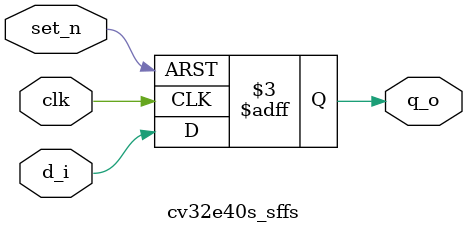
<source format=sv>


module cv32e40s_sffs
#(
  parameter LIB = 0
  )
  (
   input  logic  clk,
   input  logic  set_n,
   input  logic  d_i,
   output logic  q_o
   );

  always_ff @(posedge clk, negedge set_n) begin
    if (set_n == 1'b0) begin
      q_o <= 1'b1;
    end else begin
      q_o <= d_i;
    end
  end

endmodule : cv32e40s_sffs


</source>
